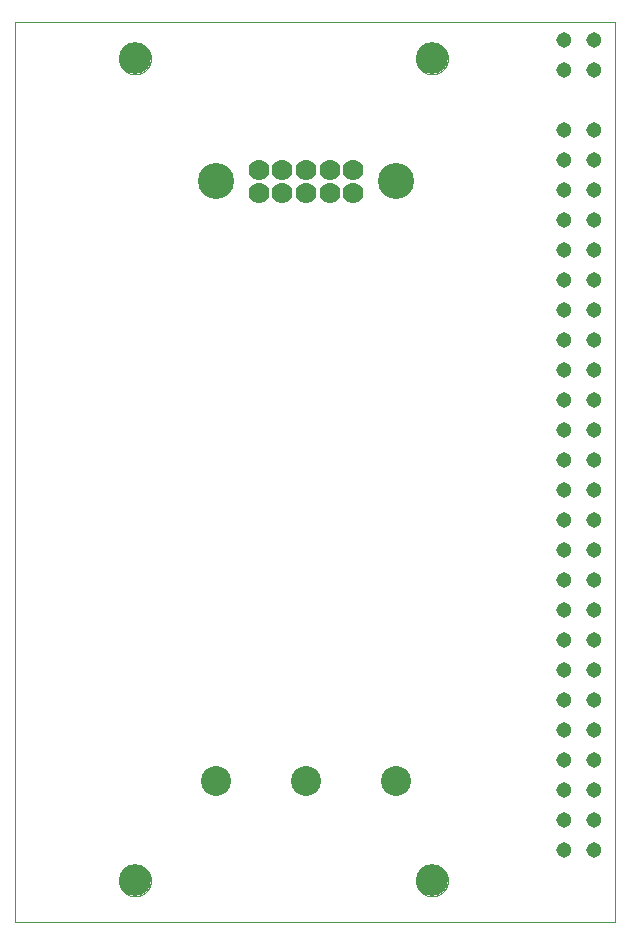
<source format=gbs>
G75*
%MOIN*%
%OFA0B0*%
%FSLAX25Y25*%
%IPPOS*%
%LPD*%
%AMOC8*
5,1,8,0,0,1.08239X$1,22.5*
%
%ADD10C,0.00000*%
%ADD11C,0.10600*%
%ADD12C,0.10000*%
%ADD13C,0.12000*%
%ADD14C,0.07000*%
%ADD15C,0.05137*%
D10*
X0001800Y0006800D02*
X0001800Y0306800D01*
X0201800Y0306800D01*
X0201800Y0006800D01*
X0001800Y0006800D01*
X0036500Y0020800D02*
X0036502Y0020945D01*
X0036508Y0021091D01*
X0036518Y0021236D01*
X0036532Y0021381D01*
X0036550Y0021525D01*
X0036572Y0021669D01*
X0036597Y0021812D01*
X0036627Y0021954D01*
X0036661Y0022096D01*
X0036698Y0022236D01*
X0036740Y0022375D01*
X0036785Y0022514D01*
X0036834Y0022651D01*
X0036886Y0022786D01*
X0036943Y0022920D01*
X0037003Y0023053D01*
X0037066Y0023183D01*
X0037133Y0023312D01*
X0037204Y0023439D01*
X0037278Y0023565D01*
X0037356Y0023688D01*
X0037437Y0023808D01*
X0037521Y0023927D01*
X0037608Y0024043D01*
X0037699Y0024157D01*
X0037792Y0024268D01*
X0037889Y0024377D01*
X0037989Y0024483D01*
X0038091Y0024586D01*
X0038196Y0024686D01*
X0038304Y0024784D01*
X0038415Y0024878D01*
X0038528Y0024969D01*
X0038644Y0025058D01*
X0038762Y0025143D01*
X0038882Y0025224D01*
X0039004Y0025303D01*
X0039129Y0025378D01*
X0039256Y0025449D01*
X0039384Y0025517D01*
X0039514Y0025582D01*
X0039647Y0025643D01*
X0039780Y0025700D01*
X0039915Y0025754D01*
X0040052Y0025803D01*
X0040190Y0025850D01*
X0040329Y0025892D01*
X0040469Y0025930D01*
X0040611Y0025965D01*
X0040753Y0025995D01*
X0040896Y0026022D01*
X0041039Y0026045D01*
X0041183Y0026064D01*
X0041328Y0026079D01*
X0041473Y0026090D01*
X0041618Y0026097D01*
X0041764Y0026100D01*
X0041909Y0026099D01*
X0042054Y0026094D01*
X0042200Y0026085D01*
X0042344Y0026072D01*
X0042489Y0026055D01*
X0042633Y0026034D01*
X0042776Y0026009D01*
X0042919Y0025981D01*
X0043060Y0025948D01*
X0043201Y0025911D01*
X0043341Y0025871D01*
X0043479Y0025827D01*
X0043617Y0025779D01*
X0043752Y0025727D01*
X0043887Y0025672D01*
X0044020Y0025613D01*
X0044151Y0025550D01*
X0044280Y0025484D01*
X0044408Y0025414D01*
X0044534Y0025341D01*
X0044657Y0025264D01*
X0044778Y0025184D01*
X0044898Y0025101D01*
X0045014Y0025014D01*
X0045129Y0024924D01*
X0045241Y0024831D01*
X0045350Y0024735D01*
X0045457Y0024637D01*
X0045560Y0024535D01*
X0045662Y0024430D01*
X0045760Y0024323D01*
X0045855Y0024213D01*
X0045947Y0024100D01*
X0046036Y0023985D01*
X0046122Y0023868D01*
X0046204Y0023748D01*
X0046283Y0023626D01*
X0046359Y0023502D01*
X0046432Y0023376D01*
X0046501Y0023248D01*
X0046566Y0023118D01*
X0046628Y0022987D01*
X0046686Y0022853D01*
X0046741Y0022719D01*
X0046791Y0022582D01*
X0046838Y0022445D01*
X0046882Y0022306D01*
X0046921Y0022166D01*
X0046957Y0022025D01*
X0046988Y0021883D01*
X0047016Y0021740D01*
X0047040Y0021597D01*
X0047060Y0021453D01*
X0047076Y0021308D01*
X0047088Y0021163D01*
X0047096Y0021018D01*
X0047100Y0020873D01*
X0047100Y0020727D01*
X0047096Y0020582D01*
X0047088Y0020437D01*
X0047076Y0020292D01*
X0047060Y0020147D01*
X0047040Y0020003D01*
X0047016Y0019860D01*
X0046988Y0019717D01*
X0046957Y0019575D01*
X0046921Y0019434D01*
X0046882Y0019294D01*
X0046838Y0019155D01*
X0046791Y0019018D01*
X0046741Y0018881D01*
X0046686Y0018747D01*
X0046628Y0018613D01*
X0046566Y0018482D01*
X0046501Y0018352D01*
X0046432Y0018224D01*
X0046359Y0018098D01*
X0046283Y0017974D01*
X0046204Y0017852D01*
X0046122Y0017732D01*
X0046036Y0017615D01*
X0045947Y0017500D01*
X0045855Y0017387D01*
X0045760Y0017277D01*
X0045662Y0017170D01*
X0045560Y0017065D01*
X0045457Y0016963D01*
X0045350Y0016865D01*
X0045241Y0016769D01*
X0045129Y0016676D01*
X0045014Y0016586D01*
X0044898Y0016499D01*
X0044778Y0016416D01*
X0044657Y0016336D01*
X0044534Y0016259D01*
X0044408Y0016186D01*
X0044280Y0016116D01*
X0044151Y0016050D01*
X0044020Y0015987D01*
X0043887Y0015928D01*
X0043752Y0015873D01*
X0043617Y0015821D01*
X0043479Y0015773D01*
X0043341Y0015729D01*
X0043201Y0015689D01*
X0043060Y0015652D01*
X0042919Y0015619D01*
X0042776Y0015591D01*
X0042633Y0015566D01*
X0042489Y0015545D01*
X0042344Y0015528D01*
X0042200Y0015515D01*
X0042054Y0015506D01*
X0041909Y0015501D01*
X0041764Y0015500D01*
X0041618Y0015503D01*
X0041473Y0015510D01*
X0041328Y0015521D01*
X0041183Y0015536D01*
X0041039Y0015555D01*
X0040896Y0015578D01*
X0040753Y0015605D01*
X0040611Y0015635D01*
X0040469Y0015670D01*
X0040329Y0015708D01*
X0040190Y0015750D01*
X0040052Y0015797D01*
X0039915Y0015846D01*
X0039780Y0015900D01*
X0039647Y0015957D01*
X0039514Y0016018D01*
X0039384Y0016083D01*
X0039256Y0016151D01*
X0039129Y0016222D01*
X0039004Y0016297D01*
X0038882Y0016376D01*
X0038762Y0016457D01*
X0038644Y0016542D01*
X0038528Y0016631D01*
X0038415Y0016722D01*
X0038304Y0016816D01*
X0038196Y0016914D01*
X0038091Y0017014D01*
X0037989Y0017117D01*
X0037889Y0017223D01*
X0037792Y0017332D01*
X0037699Y0017443D01*
X0037608Y0017557D01*
X0037521Y0017673D01*
X0037437Y0017792D01*
X0037356Y0017912D01*
X0037278Y0018035D01*
X0037204Y0018161D01*
X0037133Y0018288D01*
X0037066Y0018417D01*
X0037003Y0018547D01*
X0036943Y0018680D01*
X0036886Y0018814D01*
X0036834Y0018949D01*
X0036785Y0019086D01*
X0036740Y0019225D01*
X0036698Y0019364D01*
X0036661Y0019504D01*
X0036627Y0019646D01*
X0036597Y0019788D01*
X0036572Y0019931D01*
X0036550Y0020075D01*
X0036532Y0020219D01*
X0036518Y0020364D01*
X0036508Y0020509D01*
X0036502Y0020655D01*
X0036500Y0020800D01*
X0135500Y0020800D02*
X0135502Y0020945D01*
X0135508Y0021091D01*
X0135518Y0021236D01*
X0135532Y0021381D01*
X0135550Y0021525D01*
X0135572Y0021669D01*
X0135597Y0021812D01*
X0135627Y0021954D01*
X0135661Y0022096D01*
X0135698Y0022236D01*
X0135740Y0022375D01*
X0135785Y0022514D01*
X0135834Y0022651D01*
X0135886Y0022786D01*
X0135943Y0022920D01*
X0136003Y0023053D01*
X0136066Y0023183D01*
X0136133Y0023312D01*
X0136204Y0023439D01*
X0136278Y0023565D01*
X0136356Y0023688D01*
X0136437Y0023808D01*
X0136521Y0023927D01*
X0136608Y0024043D01*
X0136699Y0024157D01*
X0136792Y0024268D01*
X0136889Y0024377D01*
X0136989Y0024483D01*
X0137091Y0024586D01*
X0137196Y0024686D01*
X0137304Y0024784D01*
X0137415Y0024878D01*
X0137528Y0024969D01*
X0137644Y0025058D01*
X0137762Y0025143D01*
X0137882Y0025224D01*
X0138004Y0025303D01*
X0138129Y0025378D01*
X0138256Y0025449D01*
X0138384Y0025517D01*
X0138514Y0025582D01*
X0138647Y0025643D01*
X0138780Y0025700D01*
X0138915Y0025754D01*
X0139052Y0025803D01*
X0139190Y0025850D01*
X0139329Y0025892D01*
X0139469Y0025930D01*
X0139611Y0025965D01*
X0139753Y0025995D01*
X0139896Y0026022D01*
X0140039Y0026045D01*
X0140183Y0026064D01*
X0140328Y0026079D01*
X0140473Y0026090D01*
X0140618Y0026097D01*
X0140764Y0026100D01*
X0140909Y0026099D01*
X0141054Y0026094D01*
X0141200Y0026085D01*
X0141344Y0026072D01*
X0141489Y0026055D01*
X0141633Y0026034D01*
X0141776Y0026009D01*
X0141919Y0025981D01*
X0142060Y0025948D01*
X0142201Y0025911D01*
X0142341Y0025871D01*
X0142479Y0025827D01*
X0142617Y0025779D01*
X0142752Y0025727D01*
X0142887Y0025672D01*
X0143020Y0025613D01*
X0143151Y0025550D01*
X0143280Y0025484D01*
X0143408Y0025414D01*
X0143534Y0025341D01*
X0143657Y0025264D01*
X0143778Y0025184D01*
X0143898Y0025101D01*
X0144014Y0025014D01*
X0144129Y0024924D01*
X0144241Y0024831D01*
X0144350Y0024735D01*
X0144457Y0024637D01*
X0144560Y0024535D01*
X0144662Y0024430D01*
X0144760Y0024323D01*
X0144855Y0024213D01*
X0144947Y0024100D01*
X0145036Y0023985D01*
X0145122Y0023868D01*
X0145204Y0023748D01*
X0145283Y0023626D01*
X0145359Y0023502D01*
X0145432Y0023376D01*
X0145501Y0023248D01*
X0145566Y0023118D01*
X0145628Y0022987D01*
X0145686Y0022853D01*
X0145741Y0022719D01*
X0145791Y0022582D01*
X0145838Y0022445D01*
X0145882Y0022306D01*
X0145921Y0022166D01*
X0145957Y0022025D01*
X0145988Y0021883D01*
X0146016Y0021740D01*
X0146040Y0021597D01*
X0146060Y0021453D01*
X0146076Y0021308D01*
X0146088Y0021163D01*
X0146096Y0021018D01*
X0146100Y0020873D01*
X0146100Y0020727D01*
X0146096Y0020582D01*
X0146088Y0020437D01*
X0146076Y0020292D01*
X0146060Y0020147D01*
X0146040Y0020003D01*
X0146016Y0019860D01*
X0145988Y0019717D01*
X0145957Y0019575D01*
X0145921Y0019434D01*
X0145882Y0019294D01*
X0145838Y0019155D01*
X0145791Y0019018D01*
X0145741Y0018881D01*
X0145686Y0018747D01*
X0145628Y0018613D01*
X0145566Y0018482D01*
X0145501Y0018352D01*
X0145432Y0018224D01*
X0145359Y0018098D01*
X0145283Y0017974D01*
X0145204Y0017852D01*
X0145122Y0017732D01*
X0145036Y0017615D01*
X0144947Y0017500D01*
X0144855Y0017387D01*
X0144760Y0017277D01*
X0144662Y0017170D01*
X0144560Y0017065D01*
X0144457Y0016963D01*
X0144350Y0016865D01*
X0144241Y0016769D01*
X0144129Y0016676D01*
X0144014Y0016586D01*
X0143898Y0016499D01*
X0143778Y0016416D01*
X0143657Y0016336D01*
X0143534Y0016259D01*
X0143408Y0016186D01*
X0143280Y0016116D01*
X0143151Y0016050D01*
X0143020Y0015987D01*
X0142887Y0015928D01*
X0142752Y0015873D01*
X0142617Y0015821D01*
X0142479Y0015773D01*
X0142341Y0015729D01*
X0142201Y0015689D01*
X0142060Y0015652D01*
X0141919Y0015619D01*
X0141776Y0015591D01*
X0141633Y0015566D01*
X0141489Y0015545D01*
X0141344Y0015528D01*
X0141200Y0015515D01*
X0141054Y0015506D01*
X0140909Y0015501D01*
X0140764Y0015500D01*
X0140618Y0015503D01*
X0140473Y0015510D01*
X0140328Y0015521D01*
X0140183Y0015536D01*
X0140039Y0015555D01*
X0139896Y0015578D01*
X0139753Y0015605D01*
X0139611Y0015635D01*
X0139469Y0015670D01*
X0139329Y0015708D01*
X0139190Y0015750D01*
X0139052Y0015797D01*
X0138915Y0015846D01*
X0138780Y0015900D01*
X0138647Y0015957D01*
X0138514Y0016018D01*
X0138384Y0016083D01*
X0138256Y0016151D01*
X0138129Y0016222D01*
X0138004Y0016297D01*
X0137882Y0016376D01*
X0137762Y0016457D01*
X0137644Y0016542D01*
X0137528Y0016631D01*
X0137415Y0016722D01*
X0137304Y0016816D01*
X0137196Y0016914D01*
X0137091Y0017014D01*
X0136989Y0017117D01*
X0136889Y0017223D01*
X0136792Y0017332D01*
X0136699Y0017443D01*
X0136608Y0017557D01*
X0136521Y0017673D01*
X0136437Y0017792D01*
X0136356Y0017912D01*
X0136278Y0018035D01*
X0136204Y0018161D01*
X0136133Y0018288D01*
X0136066Y0018417D01*
X0136003Y0018547D01*
X0135943Y0018680D01*
X0135886Y0018814D01*
X0135834Y0018949D01*
X0135785Y0019086D01*
X0135740Y0019225D01*
X0135698Y0019364D01*
X0135661Y0019504D01*
X0135627Y0019646D01*
X0135597Y0019788D01*
X0135572Y0019931D01*
X0135550Y0020075D01*
X0135532Y0020219D01*
X0135518Y0020364D01*
X0135508Y0020509D01*
X0135502Y0020655D01*
X0135500Y0020800D01*
X0135500Y0294800D02*
X0135502Y0294945D01*
X0135508Y0295091D01*
X0135518Y0295236D01*
X0135532Y0295381D01*
X0135550Y0295525D01*
X0135572Y0295669D01*
X0135597Y0295812D01*
X0135627Y0295954D01*
X0135661Y0296096D01*
X0135698Y0296236D01*
X0135740Y0296375D01*
X0135785Y0296514D01*
X0135834Y0296651D01*
X0135886Y0296786D01*
X0135943Y0296920D01*
X0136003Y0297053D01*
X0136066Y0297183D01*
X0136133Y0297312D01*
X0136204Y0297439D01*
X0136278Y0297565D01*
X0136356Y0297688D01*
X0136437Y0297808D01*
X0136521Y0297927D01*
X0136608Y0298043D01*
X0136699Y0298157D01*
X0136792Y0298268D01*
X0136889Y0298377D01*
X0136989Y0298483D01*
X0137091Y0298586D01*
X0137196Y0298686D01*
X0137304Y0298784D01*
X0137415Y0298878D01*
X0137528Y0298969D01*
X0137644Y0299058D01*
X0137762Y0299143D01*
X0137882Y0299224D01*
X0138004Y0299303D01*
X0138129Y0299378D01*
X0138256Y0299449D01*
X0138384Y0299517D01*
X0138514Y0299582D01*
X0138647Y0299643D01*
X0138780Y0299700D01*
X0138915Y0299754D01*
X0139052Y0299803D01*
X0139190Y0299850D01*
X0139329Y0299892D01*
X0139469Y0299930D01*
X0139611Y0299965D01*
X0139753Y0299995D01*
X0139896Y0300022D01*
X0140039Y0300045D01*
X0140183Y0300064D01*
X0140328Y0300079D01*
X0140473Y0300090D01*
X0140618Y0300097D01*
X0140764Y0300100D01*
X0140909Y0300099D01*
X0141054Y0300094D01*
X0141200Y0300085D01*
X0141344Y0300072D01*
X0141489Y0300055D01*
X0141633Y0300034D01*
X0141776Y0300009D01*
X0141919Y0299981D01*
X0142060Y0299948D01*
X0142201Y0299911D01*
X0142341Y0299871D01*
X0142479Y0299827D01*
X0142617Y0299779D01*
X0142752Y0299727D01*
X0142887Y0299672D01*
X0143020Y0299613D01*
X0143151Y0299550D01*
X0143280Y0299484D01*
X0143408Y0299414D01*
X0143534Y0299341D01*
X0143657Y0299264D01*
X0143778Y0299184D01*
X0143898Y0299101D01*
X0144014Y0299014D01*
X0144129Y0298924D01*
X0144241Y0298831D01*
X0144350Y0298735D01*
X0144457Y0298637D01*
X0144560Y0298535D01*
X0144662Y0298430D01*
X0144760Y0298323D01*
X0144855Y0298213D01*
X0144947Y0298100D01*
X0145036Y0297985D01*
X0145122Y0297868D01*
X0145204Y0297748D01*
X0145283Y0297626D01*
X0145359Y0297502D01*
X0145432Y0297376D01*
X0145501Y0297248D01*
X0145566Y0297118D01*
X0145628Y0296987D01*
X0145686Y0296853D01*
X0145741Y0296719D01*
X0145791Y0296582D01*
X0145838Y0296445D01*
X0145882Y0296306D01*
X0145921Y0296166D01*
X0145957Y0296025D01*
X0145988Y0295883D01*
X0146016Y0295740D01*
X0146040Y0295597D01*
X0146060Y0295453D01*
X0146076Y0295308D01*
X0146088Y0295163D01*
X0146096Y0295018D01*
X0146100Y0294873D01*
X0146100Y0294727D01*
X0146096Y0294582D01*
X0146088Y0294437D01*
X0146076Y0294292D01*
X0146060Y0294147D01*
X0146040Y0294003D01*
X0146016Y0293860D01*
X0145988Y0293717D01*
X0145957Y0293575D01*
X0145921Y0293434D01*
X0145882Y0293294D01*
X0145838Y0293155D01*
X0145791Y0293018D01*
X0145741Y0292881D01*
X0145686Y0292747D01*
X0145628Y0292613D01*
X0145566Y0292482D01*
X0145501Y0292352D01*
X0145432Y0292224D01*
X0145359Y0292098D01*
X0145283Y0291974D01*
X0145204Y0291852D01*
X0145122Y0291732D01*
X0145036Y0291615D01*
X0144947Y0291500D01*
X0144855Y0291387D01*
X0144760Y0291277D01*
X0144662Y0291170D01*
X0144560Y0291065D01*
X0144457Y0290963D01*
X0144350Y0290865D01*
X0144241Y0290769D01*
X0144129Y0290676D01*
X0144014Y0290586D01*
X0143898Y0290499D01*
X0143778Y0290416D01*
X0143657Y0290336D01*
X0143534Y0290259D01*
X0143408Y0290186D01*
X0143280Y0290116D01*
X0143151Y0290050D01*
X0143020Y0289987D01*
X0142887Y0289928D01*
X0142752Y0289873D01*
X0142617Y0289821D01*
X0142479Y0289773D01*
X0142341Y0289729D01*
X0142201Y0289689D01*
X0142060Y0289652D01*
X0141919Y0289619D01*
X0141776Y0289591D01*
X0141633Y0289566D01*
X0141489Y0289545D01*
X0141344Y0289528D01*
X0141200Y0289515D01*
X0141054Y0289506D01*
X0140909Y0289501D01*
X0140764Y0289500D01*
X0140618Y0289503D01*
X0140473Y0289510D01*
X0140328Y0289521D01*
X0140183Y0289536D01*
X0140039Y0289555D01*
X0139896Y0289578D01*
X0139753Y0289605D01*
X0139611Y0289635D01*
X0139469Y0289670D01*
X0139329Y0289708D01*
X0139190Y0289750D01*
X0139052Y0289797D01*
X0138915Y0289846D01*
X0138780Y0289900D01*
X0138647Y0289957D01*
X0138514Y0290018D01*
X0138384Y0290083D01*
X0138256Y0290151D01*
X0138129Y0290222D01*
X0138004Y0290297D01*
X0137882Y0290376D01*
X0137762Y0290457D01*
X0137644Y0290542D01*
X0137528Y0290631D01*
X0137415Y0290722D01*
X0137304Y0290816D01*
X0137196Y0290914D01*
X0137091Y0291014D01*
X0136989Y0291117D01*
X0136889Y0291223D01*
X0136792Y0291332D01*
X0136699Y0291443D01*
X0136608Y0291557D01*
X0136521Y0291673D01*
X0136437Y0291792D01*
X0136356Y0291912D01*
X0136278Y0292035D01*
X0136204Y0292161D01*
X0136133Y0292288D01*
X0136066Y0292417D01*
X0136003Y0292547D01*
X0135943Y0292680D01*
X0135886Y0292814D01*
X0135834Y0292949D01*
X0135785Y0293086D01*
X0135740Y0293225D01*
X0135698Y0293364D01*
X0135661Y0293504D01*
X0135627Y0293646D01*
X0135597Y0293788D01*
X0135572Y0293931D01*
X0135550Y0294075D01*
X0135532Y0294219D01*
X0135518Y0294364D01*
X0135508Y0294509D01*
X0135502Y0294655D01*
X0135500Y0294800D01*
X0036500Y0294800D02*
X0036502Y0294945D01*
X0036508Y0295091D01*
X0036518Y0295236D01*
X0036532Y0295381D01*
X0036550Y0295525D01*
X0036572Y0295669D01*
X0036597Y0295812D01*
X0036627Y0295954D01*
X0036661Y0296096D01*
X0036698Y0296236D01*
X0036740Y0296375D01*
X0036785Y0296514D01*
X0036834Y0296651D01*
X0036886Y0296786D01*
X0036943Y0296920D01*
X0037003Y0297053D01*
X0037066Y0297183D01*
X0037133Y0297312D01*
X0037204Y0297439D01*
X0037278Y0297565D01*
X0037356Y0297688D01*
X0037437Y0297808D01*
X0037521Y0297927D01*
X0037608Y0298043D01*
X0037699Y0298157D01*
X0037792Y0298268D01*
X0037889Y0298377D01*
X0037989Y0298483D01*
X0038091Y0298586D01*
X0038196Y0298686D01*
X0038304Y0298784D01*
X0038415Y0298878D01*
X0038528Y0298969D01*
X0038644Y0299058D01*
X0038762Y0299143D01*
X0038882Y0299224D01*
X0039004Y0299303D01*
X0039129Y0299378D01*
X0039256Y0299449D01*
X0039384Y0299517D01*
X0039514Y0299582D01*
X0039647Y0299643D01*
X0039780Y0299700D01*
X0039915Y0299754D01*
X0040052Y0299803D01*
X0040190Y0299850D01*
X0040329Y0299892D01*
X0040469Y0299930D01*
X0040611Y0299965D01*
X0040753Y0299995D01*
X0040896Y0300022D01*
X0041039Y0300045D01*
X0041183Y0300064D01*
X0041328Y0300079D01*
X0041473Y0300090D01*
X0041618Y0300097D01*
X0041764Y0300100D01*
X0041909Y0300099D01*
X0042054Y0300094D01*
X0042200Y0300085D01*
X0042344Y0300072D01*
X0042489Y0300055D01*
X0042633Y0300034D01*
X0042776Y0300009D01*
X0042919Y0299981D01*
X0043060Y0299948D01*
X0043201Y0299911D01*
X0043341Y0299871D01*
X0043479Y0299827D01*
X0043617Y0299779D01*
X0043752Y0299727D01*
X0043887Y0299672D01*
X0044020Y0299613D01*
X0044151Y0299550D01*
X0044280Y0299484D01*
X0044408Y0299414D01*
X0044534Y0299341D01*
X0044657Y0299264D01*
X0044778Y0299184D01*
X0044898Y0299101D01*
X0045014Y0299014D01*
X0045129Y0298924D01*
X0045241Y0298831D01*
X0045350Y0298735D01*
X0045457Y0298637D01*
X0045560Y0298535D01*
X0045662Y0298430D01*
X0045760Y0298323D01*
X0045855Y0298213D01*
X0045947Y0298100D01*
X0046036Y0297985D01*
X0046122Y0297868D01*
X0046204Y0297748D01*
X0046283Y0297626D01*
X0046359Y0297502D01*
X0046432Y0297376D01*
X0046501Y0297248D01*
X0046566Y0297118D01*
X0046628Y0296987D01*
X0046686Y0296853D01*
X0046741Y0296719D01*
X0046791Y0296582D01*
X0046838Y0296445D01*
X0046882Y0296306D01*
X0046921Y0296166D01*
X0046957Y0296025D01*
X0046988Y0295883D01*
X0047016Y0295740D01*
X0047040Y0295597D01*
X0047060Y0295453D01*
X0047076Y0295308D01*
X0047088Y0295163D01*
X0047096Y0295018D01*
X0047100Y0294873D01*
X0047100Y0294727D01*
X0047096Y0294582D01*
X0047088Y0294437D01*
X0047076Y0294292D01*
X0047060Y0294147D01*
X0047040Y0294003D01*
X0047016Y0293860D01*
X0046988Y0293717D01*
X0046957Y0293575D01*
X0046921Y0293434D01*
X0046882Y0293294D01*
X0046838Y0293155D01*
X0046791Y0293018D01*
X0046741Y0292881D01*
X0046686Y0292747D01*
X0046628Y0292613D01*
X0046566Y0292482D01*
X0046501Y0292352D01*
X0046432Y0292224D01*
X0046359Y0292098D01*
X0046283Y0291974D01*
X0046204Y0291852D01*
X0046122Y0291732D01*
X0046036Y0291615D01*
X0045947Y0291500D01*
X0045855Y0291387D01*
X0045760Y0291277D01*
X0045662Y0291170D01*
X0045560Y0291065D01*
X0045457Y0290963D01*
X0045350Y0290865D01*
X0045241Y0290769D01*
X0045129Y0290676D01*
X0045014Y0290586D01*
X0044898Y0290499D01*
X0044778Y0290416D01*
X0044657Y0290336D01*
X0044534Y0290259D01*
X0044408Y0290186D01*
X0044280Y0290116D01*
X0044151Y0290050D01*
X0044020Y0289987D01*
X0043887Y0289928D01*
X0043752Y0289873D01*
X0043617Y0289821D01*
X0043479Y0289773D01*
X0043341Y0289729D01*
X0043201Y0289689D01*
X0043060Y0289652D01*
X0042919Y0289619D01*
X0042776Y0289591D01*
X0042633Y0289566D01*
X0042489Y0289545D01*
X0042344Y0289528D01*
X0042200Y0289515D01*
X0042054Y0289506D01*
X0041909Y0289501D01*
X0041764Y0289500D01*
X0041618Y0289503D01*
X0041473Y0289510D01*
X0041328Y0289521D01*
X0041183Y0289536D01*
X0041039Y0289555D01*
X0040896Y0289578D01*
X0040753Y0289605D01*
X0040611Y0289635D01*
X0040469Y0289670D01*
X0040329Y0289708D01*
X0040190Y0289750D01*
X0040052Y0289797D01*
X0039915Y0289846D01*
X0039780Y0289900D01*
X0039647Y0289957D01*
X0039514Y0290018D01*
X0039384Y0290083D01*
X0039256Y0290151D01*
X0039129Y0290222D01*
X0039004Y0290297D01*
X0038882Y0290376D01*
X0038762Y0290457D01*
X0038644Y0290542D01*
X0038528Y0290631D01*
X0038415Y0290722D01*
X0038304Y0290816D01*
X0038196Y0290914D01*
X0038091Y0291014D01*
X0037989Y0291117D01*
X0037889Y0291223D01*
X0037792Y0291332D01*
X0037699Y0291443D01*
X0037608Y0291557D01*
X0037521Y0291673D01*
X0037437Y0291792D01*
X0037356Y0291912D01*
X0037278Y0292035D01*
X0037204Y0292161D01*
X0037133Y0292288D01*
X0037066Y0292417D01*
X0037003Y0292547D01*
X0036943Y0292680D01*
X0036886Y0292814D01*
X0036834Y0292949D01*
X0036785Y0293086D01*
X0036740Y0293225D01*
X0036698Y0293364D01*
X0036661Y0293504D01*
X0036627Y0293646D01*
X0036597Y0293788D01*
X0036572Y0293931D01*
X0036550Y0294075D01*
X0036532Y0294219D01*
X0036518Y0294364D01*
X0036508Y0294509D01*
X0036502Y0294655D01*
X0036500Y0294800D01*
D11*
X0041800Y0294800D03*
X0140800Y0294800D03*
X0140800Y0020800D03*
X0041800Y0020800D03*
D12*
X0068800Y0053800D03*
X0098800Y0053800D03*
X0128800Y0053800D03*
D13*
X0128800Y0253800D03*
X0068800Y0253800D03*
D14*
X0083052Y0249863D03*
X0083052Y0257737D03*
X0090926Y0257737D03*
X0090926Y0249863D03*
X0098800Y0249863D03*
X0098800Y0257737D03*
X0106674Y0257737D03*
X0106674Y0249863D03*
X0114548Y0249863D03*
X0114548Y0257737D03*
D15*
X0184800Y0260800D03*
X0184800Y0250800D03*
X0184800Y0240800D03*
X0184800Y0230800D03*
X0184800Y0220800D03*
X0184800Y0210800D03*
X0184800Y0200800D03*
X0184800Y0190800D03*
X0184800Y0180800D03*
X0184800Y0170800D03*
X0184800Y0160800D03*
X0184800Y0150800D03*
X0184800Y0140800D03*
X0184800Y0130800D03*
X0184800Y0120800D03*
X0184800Y0110800D03*
X0184800Y0100800D03*
X0184800Y0090800D03*
X0184800Y0080800D03*
X0184800Y0070800D03*
X0184800Y0060800D03*
X0184800Y0050800D03*
X0184800Y0040800D03*
X0184800Y0030800D03*
X0194800Y0030800D03*
X0194800Y0040800D03*
X0194800Y0050800D03*
X0194800Y0060800D03*
X0194800Y0070800D03*
X0194800Y0080800D03*
X0194800Y0090800D03*
X0194800Y0100800D03*
X0194800Y0110800D03*
X0194800Y0120800D03*
X0194800Y0130800D03*
X0194800Y0140800D03*
X0194800Y0150800D03*
X0194800Y0160800D03*
X0194800Y0170800D03*
X0194800Y0180800D03*
X0194800Y0190800D03*
X0194800Y0200800D03*
X0194800Y0210800D03*
X0194800Y0220800D03*
X0194800Y0230800D03*
X0194800Y0240800D03*
X0194800Y0250800D03*
X0194800Y0260800D03*
X0194800Y0270800D03*
X0184800Y0270800D03*
X0184800Y0290800D03*
X0184800Y0300800D03*
X0194800Y0300800D03*
X0194800Y0290800D03*
M02*

</source>
